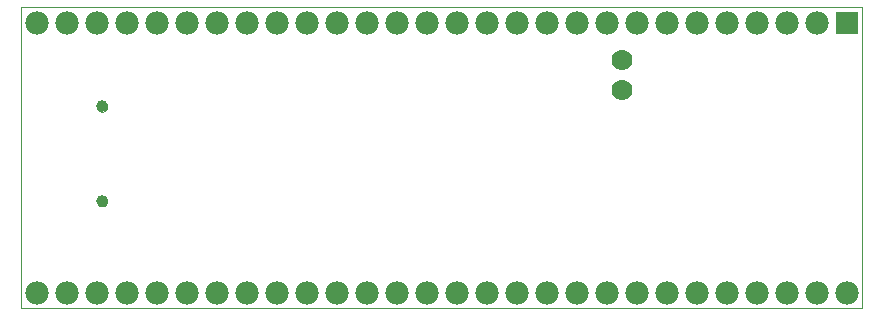
<source format=gbs>
G75*
%MOIN*%
%OFA0B0*%
%FSLAX24Y24*%
%IPPOS*%
%LPD*%
%AMOC8*
5,1,8,0,0,1.08239X$1,22.5*
%
%ADD10C,0.0000*%
%ADD11C,0.0780*%
%ADD12R,0.0780X0.0780*%
%ADD13C,0.0700*%
%ADD14C,0.0390*%
D10*
X004240Y017780D02*
X004240Y027820D01*
X032280Y027820D01*
X032280Y017780D01*
X004240Y017780D01*
X006763Y021364D02*
X006765Y021390D01*
X006771Y021416D01*
X006780Y021440D01*
X006793Y021463D01*
X006810Y021483D01*
X006829Y021501D01*
X006851Y021516D01*
X006874Y021527D01*
X006899Y021535D01*
X006925Y021539D01*
X006951Y021539D01*
X006977Y021535D01*
X007002Y021527D01*
X007026Y021516D01*
X007047Y021501D01*
X007066Y021483D01*
X007083Y021463D01*
X007096Y021440D01*
X007105Y021416D01*
X007111Y021390D01*
X007113Y021364D01*
X007111Y021338D01*
X007105Y021312D01*
X007096Y021288D01*
X007083Y021265D01*
X007066Y021245D01*
X007047Y021227D01*
X007025Y021212D01*
X007002Y021201D01*
X006977Y021193D01*
X006951Y021189D01*
X006925Y021189D01*
X006899Y021193D01*
X006874Y021201D01*
X006850Y021212D01*
X006829Y021227D01*
X006810Y021245D01*
X006793Y021265D01*
X006780Y021288D01*
X006771Y021312D01*
X006765Y021338D01*
X006763Y021364D01*
X006763Y024514D02*
X006765Y024540D01*
X006771Y024566D01*
X006780Y024590D01*
X006793Y024613D01*
X006810Y024633D01*
X006829Y024651D01*
X006851Y024666D01*
X006874Y024677D01*
X006899Y024685D01*
X006925Y024689D01*
X006951Y024689D01*
X006977Y024685D01*
X007002Y024677D01*
X007026Y024666D01*
X007047Y024651D01*
X007066Y024633D01*
X007083Y024613D01*
X007096Y024590D01*
X007105Y024566D01*
X007111Y024540D01*
X007113Y024514D01*
X007111Y024488D01*
X007105Y024462D01*
X007096Y024438D01*
X007083Y024415D01*
X007066Y024395D01*
X007047Y024377D01*
X007025Y024362D01*
X007002Y024351D01*
X006977Y024343D01*
X006951Y024339D01*
X006925Y024339D01*
X006899Y024343D01*
X006874Y024351D01*
X006850Y024362D01*
X006829Y024377D01*
X006810Y024395D01*
X006793Y024415D01*
X006780Y024438D01*
X006771Y024462D01*
X006765Y024488D01*
X006763Y024514D01*
D11*
X006760Y027300D03*
X007760Y027300D03*
X008760Y027300D03*
X009760Y027300D03*
X010760Y027300D03*
X011760Y027300D03*
X012760Y027300D03*
X013760Y027300D03*
X014760Y027300D03*
X015760Y027300D03*
X016760Y027300D03*
X017760Y027300D03*
X018760Y027300D03*
X019760Y027300D03*
X020760Y027300D03*
X021760Y027300D03*
X022760Y027300D03*
X023760Y027300D03*
X024760Y027300D03*
X025760Y027300D03*
X026760Y027300D03*
X027760Y027300D03*
X028760Y027300D03*
X029760Y027300D03*
X030760Y027300D03*
X030760Y018300D03*
X031760Y018300D03*
X029760Y018300D03*
X028760Y018300D03*
X027760Y018300D03*
X026760Y018300D03*
X025760Y018300D03*
X024760Y018300D03*
X023760Y018300D03*
X022760Y018300D03*
X021760Y018300D03*
X020760Y018300D03*
X019760Y018300D03*
X018760Y018300D03*
X017760Y018300D03*
X016760Y018300D03*
X015760Y018300D03*
X014760Y018300D03*
X013760Y018300D03*
X012760Y018300D03*
X011760Y018300D03*
X010760Y018300D03*
X009760Y018300D03*
X008760Y018300D03*
X007760Y018300D03*
X006760Y018300D03*
X005760Y018300D03*
X004760Y018300D03*
X004760Y027300D03*
X005760Y027300D03*
D12*
X031760Y027300D03*
D13*
X024260Y026050D03*
X024260Y025050D03*
D14*
X006938Y024514D03*
X006938Y021364D03*
M02*

</source>
